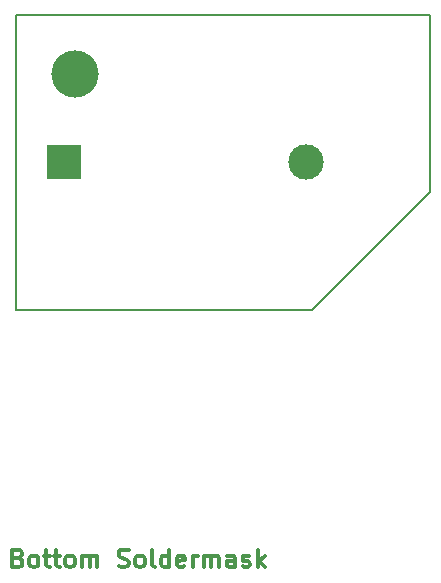
<source format=gbr>
%TF.GenerationSoftware,KiCad,Pcbnew,(5.1.9)-1*%
%TF.CreationDate,2021-07-03T23:42:05+08:00*%
%TF.ProjectId,Task1,5461736b-312e-46b6-9963-61645f706362,rev?*%
%TF.SameCoordinates,Original*%
%TF.FileFunction,Soldermask,Bot*%
%TF.FilePolarity,Negative*%
%FSLAX46Y46*%
G04 Gerber Fmt 4.6, Leading zero omitted, Abs format (unit mm)*
G04 Created by KiCad (PCBNEW (5.1.9)-1) date 2021-07-03 23:42:05*
%MOMM*%
%LPD*%
G01*
G04 APERTURE LIST*
%ADD10C,0.300000*%
%TA.AperFunction,Profile*%
%ADD11C,0.200000*%
%TD*%
%ADD12C,4.000000*%
%ADD13C,3.000000*%
%ADD14R,3.000000X3.000000*%
G04 APERTURE END LIST*
D10*
X80157142Y-135992857D02*
X80371428Y-136064285D01*
X80442857Y-136135714D01*
X80514285Y-136278571D01*
X80514285Y-136492857D01*
X80442857Y-136635714D01*
X80371428Y-136707142D01*
X80228571Y-136778571D01*
X79657142Y-136778571D01*
X79657142Y-135278571D01*
X80157142Y-135278571D01*
X80300000Y-135350000D01*
X80371428Y-135421428D01*
X80442857Y-135564285D01*
X80442857Y-135707142D01*
X80371428Y-135850000D01*
X80300000Y-135921428D01*
X80157142Y-135992857D01*
X79657142Y-135992857D01*
X81371428Y-136778571D02*
X81228571Y-136707142D01*
X81157142Y-136635714D01*
X81085714Y-136492857D01*
X81085714Y-136064285D01*
X81157142Y-135921428D01*
X81228571Y-135850000D01*
X81371428Y-135778571D01*
X81585714Y-135778571D01*
X81728571Y-135850000D01*
X81800000Y-135921428D01*
X81871428Y-136064285D01*
X81871428Y-136492857D01*
X81800000Y-136635714D01*
X81728571Y-136707142D01*
X81585714Y-136778571D01*
X81371428Y-136778571D01*
X82300000Y-135778571D02*
X82871428Y-135778571D01*
X82514285Y-135278571D02*
X82514285Y-136564285D01*
X82585714Y-136707142D01*
X82728571Y-136778571D01*
X82871428Y-136778571D01*
X83157142Y-135778571D02*
X83728571Y-135778571D01*
X83371428Y-135278571D02*
X83371428Y-136564285D01*
X83442857Y-136707142D01*
X83585714Y-136778571D01*
X83728571Y-136778571D01*
X84442857Y-136778571D02*
X84300000Y-136707142D01*
X84228571Y-136635714D01*
X84157142Y-136492857D01*
X84157142Y-136064285D01*
X84228571Y-135921428D01*
X84300000Y-135850000D01*
X84442857Y-135778571D01*
X84657142Y-135778571D01*
X84800000Y-135850000D01*
X84871428Y-135921428D01*
X84942857Y-136064285D01*
X84942857Y-136492857D01*
X84871428Y-136635714D01*
X84800000Y-136707142D01*
X84657142Y-136778571D01*
X84442857Y-136778571D01*
X85585714Y-136778571D02*
X85585714Y-135778571D01*
X85585714Y-135921428D02*
X85657142Y-135850000D01*
X85800000Y-135778571D01*
X86014285Y-135778571D01*
X86157142Y-135850000D01*
X86228571Y-135992857D01*
X86228571Y-136778571D01*
X86228571Y-135992857D02*
X86300000Y-135850000D01*
X86442857Y-135778571D01*
X86657142Y-135778571D01*
X86800000Y-135850000D01*
X86871428Y-135992857D01*
X86871428Y-136778571D01*
X88657142Y-136707142D02*
X88871428Y-136778571D01*
X89228571Y-136778571D01*
X89371428Y-136707142D01*
X89442857Y-136635714D01*
X89514285Y-136492857D01*
X89514285Y-136350000D01*
X89442857Y-136207142D01*
X89371428Y-136135714D01*
X89228571Y-136064285D01*
X88942857Y-135992857D01*
X88800000Y-135921428D01*
X88728571Y-135850000D01*
X88657142Y-135707142D01*
X88657142Y-135564285D01*
X88728571Y-135421428D01*
X88800000Y-135350000D01*
X88942857Y-135278571D01*
X89300000Y-135278571D01*
X89514285Y-135350000D01*
X90371428Y-136778571D02*
X90228571Y-136707142D01*
X90157142Y-136635714D01*
X90085714Y-136492857D01*
X90085714Y-136064285D01*
X90157142Y-135921428D01*
X90228571Y-135850000D01*
X90371428Y-135778571D01*
X90585714Y-135778571D01*
X90728571Y-135850000D01*
X90800000Y-135921428D01*
X90871428Y-136064285D01*
X90871428Y-136492857D01*
X90800000Y-136635714D01*
X90728571Y-136707142D01*
X90585714Y-136778571D01*
X90371428Y-136778571D01*
X91728571Y-136778571D02*
X91585714Y-136707142D01*
X91514285Y-136564285D01*
X91514285Y-135278571D01*
X92942857Y-136778571D02*
X92942857Y-135278571D01*
X92942857Y-136707142D02*
X92800000Y-136778571D01*
X92514285Y-136778571D01*
X92371428Y-136707142D01*
X92300000Y-136635714D01*
X92228571Y-136492857D01*
X92228571Y-136064285D01*
X92300000Y-135921428D01*
X92371428Y-135850000D01*
X92514285Y-135778571D01*
X92800000Y-135778571D01*
X92942857Y-135850000D01*
X94228571Y-136707142D02*
X94085714Y-136778571D01*
X93800000Y-136778571D01*
X93657142Y-136707142D01*
X93585714Y-136564285D01*
X93585714Y-135992857D01*
X93657142Y-135850000D01*
X93800000Y-135778571D01*
X94085714Y-135778571D01*
X94228571Y-135850000D01*
X94300000Y-135992857D01*
X94300000Y-136135714D01*
X93585714Y-136278571D01*
X94942857Y-136778571D02*
X94942857Y-135778571D01*
X94942857Y-136064285D02*
X95014285Y-135921428D01*
X95085714Y-135850000D01*
X95228571Y-135778571D01*
X95371428Y-135778571D01*
X95871428Y-136778571D02*
X95871428Y-135778571D01*
X95871428Y-135921428D02*
X95942857Y-135850000D01*
X96085714Y-135778571D01*
X96300000Y-135778571D01*
X96442857Y-135850000D01*
X96514285Y-135992857D01*
X96514285Y-136778571D01*
X96514285Y-135992857D02*
X96585714Y-135850000D01*
X96728571Y-135778571D01*
X96942857Y-135778571D01*
X97085714Y-135850000D01*
X97157142Y-135992857D01*
X97157142Y-136778571D01*
X98514285Y-136778571D02*
X98514285Y-135992857D01*
X98442857Y-135850000D01*
X98300000Y-135778571D01*
X98014285Y-135778571D01*
X97871428Y-135850000D01*
X98514285Y-136707142D02*
X98371428Y-136778571D01*
X98014285Y-136778571D01*
X97871428Y-136707142D01*
X97800000Y-136564285D01*
X97800000Y-136421428D01*
X97871428Y-136278571D01*
X98014285Y-136207142D01*
X98371428Y-136207142D01*
X98514285Y-136135714D01*
X99157142Y-136707142D02*
X99300000Y-136778571D01*
X99585714Y-136778571D01*
X99728571Y-136707142D01*
X99800000Y-136564285D01*
X99800000Y-136492857D01*
X99728571Y-136350000D01*
X99585714Y-136278571D01*
X99371428Y-136278571D01*
X99228571Y-136207142D01*
X99157142Y-136064285D01*
X99157142Y-135992857D01*
X99228571Y-135850000D01*
X99371428Y-135778571D01*
X99585714Y-135778571D01*
X99728571Y-135850000D01*
X100442857Y-136778571D02*
X100442857Y-135278571D01*
X100585714Y-136207142D02*
X101014285Y-136778571D01*
X101014285Y-135778571D02*
X100442857Y-136350000D01*
D11*
X80000000Y-90000000D02*
X80000000Y-115000000D01*
X115000000Y-105000000D02*
X105000000Y-115000000D01*
X115000000Y-90000000D02*
X115000000Y-105000000D01*
X80000000Y-115000000D02*
X105000000Y-115000000D01*
X80000000Y-90000000D02*
X115000000Y-90000000D01*
D12*
%TO.C,H1*%
X85000000Y-95000000D03*
%TD*%
D13*
%TO.C,BT1*%
X104490000Y-102500000D03*
D14*
X84000000Y-102500000D03*
%TD*%
M02*

</source>
